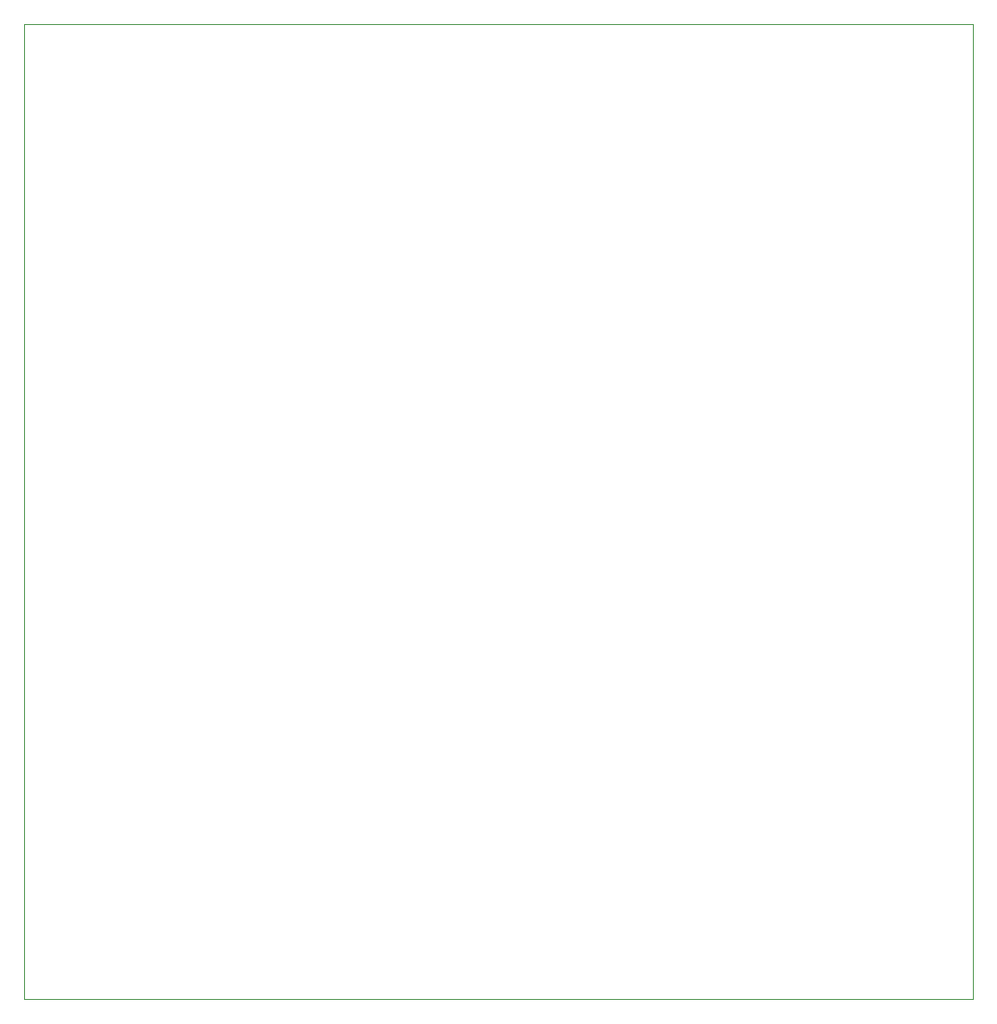
<source format=gbr>
%TF.GenerationSoftware,KiCad,Pcbnew,8.0.0*%
%TF.CreationDate,2024-10-06T10:03:27+02:00*%
%TF.ProjectId,Rayonnement_L476RG,5261796f-6e6e-4656-9d65-6e745f4c3437,rev?*%
%TF.SameCoordinates,Original*%
%TF.FileFunction,Profile,NP*%
%FSLAX46Y46*%
G04 Gerber Fmt 4.6, Leading zero omitted, Abs format (unit mm)*
G04 Created by KiCad (PCBNEW 8.0.0) date 2024-10-06 10:03:27*
%MOMM*%
%LPD*%
G01*
G04 APERTURE LIST*
%TA.AperFunction,Profile*%
%ADD10C,0.050000*%
%TD*%
G04 APERTURE END LIST*
D10*
X123500000Y-58050000D02*
X213500000Y-58050000D01*
X213500000Y-150500000D01*
X123500000Y-150500000D01*
X123500000Y-58050000D01*
M02*

</source>
